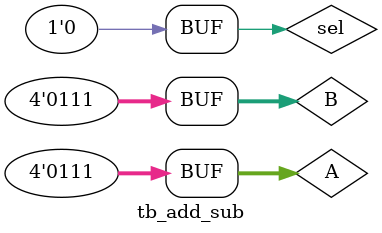
<source format=v>

module tb_add_sub();
reg [3:0] A, B; // Declaration of two four-bit inputs
reg sel; // and the one-bit input carry
wire [3:0] s; // Declaration of the five-bit outputs
wire  v;  // internal carry wires
add_sub DUT (V,s,cout,sel,A,B);

initial
begin
#10 A=4'b0000;B=4'b0001;sel=1'b0;
#10 A=4'b0001;B=4'b0001;sel=1'b0;
#10 A=4'b0010;B=4'b0001;sel=1'b1;
#10 A=4'b0100;B=4'b0001;sel=1'b1;
#10 A=4'b0010;B=4'b0001;sel=1'b0;
#10 A=4'b0100;B=4'b0001;sel=1'b0;
#10 A=4'b0111;B=4'b0111;sel=1'b0;  //overflow case
end
endmodule




</source>
